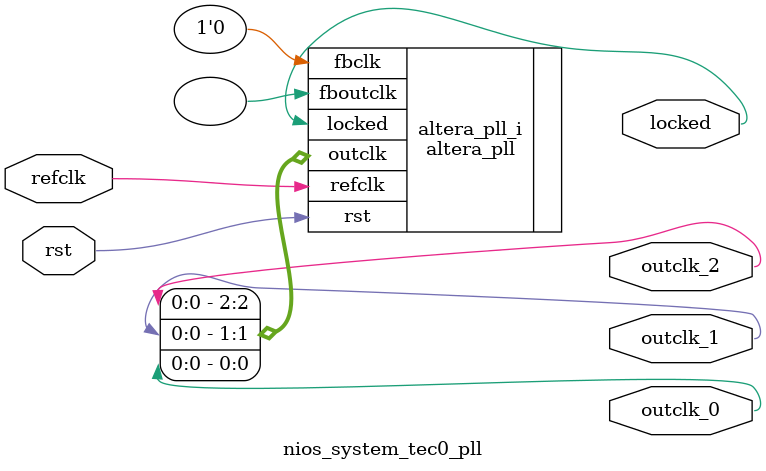
<source format=v>
`timescale 1ns/10ps
module  nios_system_tec0_pll(

	// interface 'refclk'
	input wire refclk,

	// interface 'reset'
	input wire rst,

	// interface 'outclk0'
	output wire outclk_0,

	// interface 'outclk1'
	output wire outclk_1,

	// interface 'outclk2'
	output wire outclk_2,

	// interface 'locked'
	output wire locked
);

	altera_pll #(
		.fractional_vco_multiplier("false"),
		.reference_clock_frequency("50.0 MHz"),
		.operation_mode("normal"),
		.number_of_clocks(3),
		.output_clock_frequency0("100.000000 MHz"),
		.phase_shift0("0 ps"),
		.duty_cycle0(50),
		.output_clock_frequency1("100.000000 MHz"),
		.phase_shift1("7500 ps"),
		.duty_cycle1(50),
		.output_clock_frequency2("50.000000 MHz"),
		.phase_shift2("0 ps"),
		.duty_cycle2(50),
		.output_clock_frequency3("0 MHz"),
		.phase_shift3("0 ps"),
		.duty_cycle3(50),
		.output_clock_frequency4("0 MHz"),
		.phase_shift4("0 ps"),
		.duty_cycle4(50),
		.output_clock_frequency5("0 MHz"),
		.phase_shift5("0 ps"),
		.duty_cycle5(50),
		.output_clock_frequency6("0 MHz"),
		.phase_shift6("0 ps"),
		.duty_cycle6(50),
		.output_clock_frequency7("0 MHz"),
		.phase_shift7("0 ps"),
		.duty_cycle7(50),
		.output_clock_frequency8("0 MHz"),
		.phase_shift8("0 ps"),
		.duty_cycle8(50),
		.output_clock_frequency9("0 MHz"),
		.phase_shift9("0 ps"),
		.duty_cycle9(50),
		.output_clock_frequency10("0 MHz"),
		.phase_shift10("0 ps"),
		.duty_cycle10(50),
		.output_clock_frequency11("0 MHz"),
		.phase_shift11("0 ps"),
		.duty_cycle11(50),
		.output_clock_frequency12("0 MHz"),
		.phase_shift12("0 ps"),
		.duty_cycle12(50),
		.output_clock_frequency13("0 MHz"),
		.phase_shift13("0 ps"),
		.duty_cycle13(50),
		.output_clock_frequency14("0 MHz"),
		.phase_shift14("0 ps"),
		.duty_cycle14(50),
		.output_clock_frequency15("0 MHz"),
		.phase_shift15("0 ps"),
		.duty_cycle15(50),
		.output_clock_frequency16("0 MHz"),
		.phase_shift16("0 ps"),
		.duty_cycle16(50),
		.output_clock_frequency17("0 MHz"),
		.phase_shift17("0 ps"),
		.duty_cycle17(50),
		.pll_type("General"),
		.pll_subtype("General")
	) altera_pll_i (
		.rst	(rst),
		.outclk	({outclk_2, outclk_1, outclk_0}),
		.locked	(locked),
		.fboutclk	( ),
		.fbclk	(1'b0),
		.refclk	(refclk)
	);
endmodule


</source>
